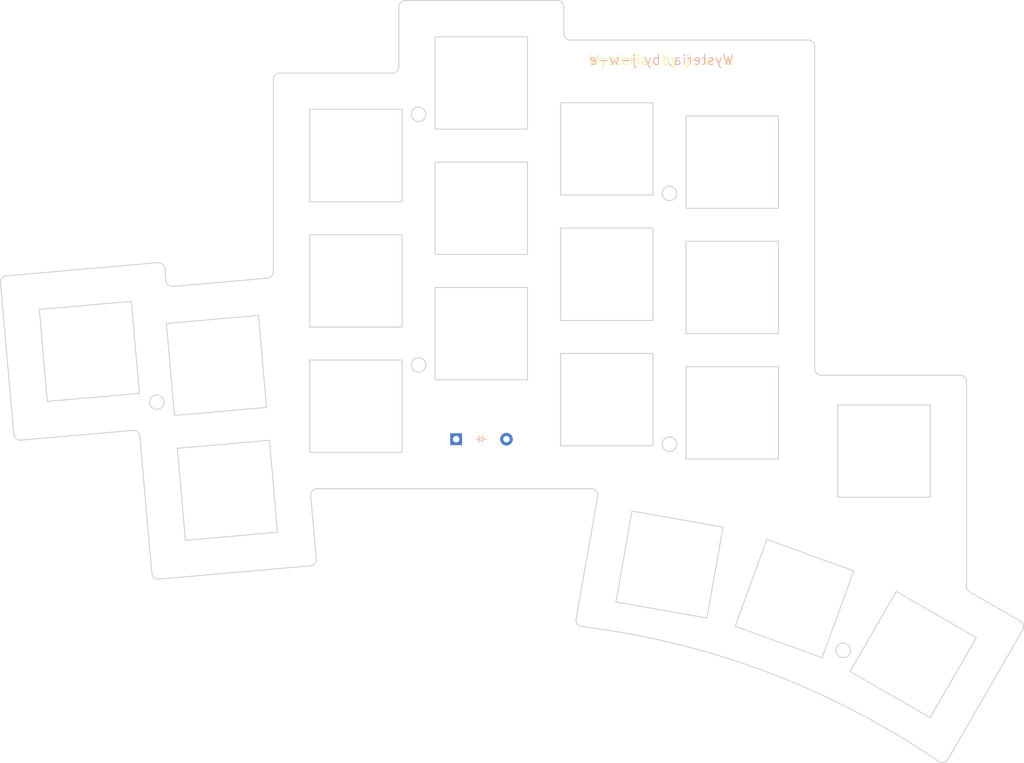
<source format=kicad_pcb>

            
(kicad_pcb (version 20171130) (host pcbnew 5.1.6)

  (page A3)
  (title_block
    (title jwe_switch_plate)
    (rev v1.0.0)
    (company Unknown)
  )

  (general
    (thickness 1.6)
  )

  (layers
    (0 F.Cu signal)
    (31 B.Cu signal)
    (32 B.Adhes user)
    (33 F.Adhes user)
    (34 B.Paste user)
    (35 F.Paste user)
    (36 B.SilkS user)
    (37 F.SilkS user)
    (38 B.Mask user)
    (39 F.Mask user)
    (40 Dwgs.User user)
    (41 Cmts.User user)
    (42 Eco1.User user)
    (43 Eco2.User user)
    (44 Edge.Cuts user)
    (45 Margin user)
    (46 B.CrtYd user)
    (47 F.CrtYd user)
    (48 B.Fab user)
    (49 F.Fab user)
  )

  (setup
    (last_trace_width 0.25)
    (trace_clearance 0.2)
    (zone_clearance 0.508)
    (zone_45_only no)
    (trace_min 0.2)
    (via_size 0.8)
    (via_drill 0.4)
    (via_min_size 0.4)
    (via_min_drill 0.3)
    (uvia_size 0.3)
    (uvia_drill 0.1)
    (uvias_allowed no)
    (uvia_min_size 0.2)
    (uvia_min_drill 0.1)
    (edge_width 0.05)
    (segment_width 0.2)
    (pcb_text_width 0.3)
    (pcb_text_size 1.5 1.5)
    (mod_edge_width 0.12)
    (mod_text_size 1 1)
    (mod_text_width 0.15)
    (pad_size 1.524 1.524)
    (pad_drill 0.762)
    (pad_to_mask_clearance 0.05)
    (aux_axis_origin 0 0)
    (visible_elements FFFFFF7F)
    (pcbplotparams
      (layerselection 0x010fc_ffffffff)
      (usegerberextensions false)
      (usegerberattributes true)
      (usegerberadvancedattributes true)
      (creategerberjobfile true)
      (excludeedgelayer true)
      (linewidth 0.100000)
      (plotframeref false)
      (viasonmask false)
      (mode 1)
      (useauxorigin false)
      (hpglpennumber 1)
      (hpglpenspeed 20)
      (hpglpendiameter 15.000000)
      (psnegative false)
      (psa4output false)
      (plotreference true)
      (plotvalue true)
      (plotinvisibletext false)
      (padsonsilk false)
      (subtractmaskfromsilk false)
      (outputformat 1)
      (mirror false)
      (drillshape 1)
      (scaleselection 1)
      (outputdirectory ""))
  )

            (net 0 "")
(net 1 "test")
            
  (net_class Default "This is the default net class."
    (clearance 0.2)
    (trace_width 0.25)
    (via_dia 0.8)
    (via_drill 0.4)
    (uvia_dia 0.3)
    (uvia_drill 0.1)
    (add_net "")
(add_net "test")
  )

            
  
    (module ComboDiode (layer F.Cu) (tedit 5B24D78E)


        (at 155.5138965 182.7785309 0)

        
        (fp_text reference "D1" (at 0 0) (layer F.SilkS) hide (effects (font (size 1.27 1.27) (thickness 0.15))))
        (fp_text value "" (at 0 0) (layer F.SilkS) hide (effects (font (size 1.27 1.27) (thickness 0.15))))
        
        
        (fp_line (start 0.25 0) (end 0.75 0) (layer F.SilkS) (width 0.1))
        (fp_line (start 0.25 0.4) (end -0.35 0) (layer F.SilkS) (width 0.1))
        (fp_line (start 0.25 -0.4) (end 0.25 0.4) (layer F.SilkS) (width 0.1))
        (fp_line (start -0.35 0) (end 0.25 -0.4) (layer F.SilkS) (width 0.1))
        (fp_line (start -0.35 0) (end -0.35 0.55) (layer F.SilkS) (width 0.1))
        (fp_line (start -0.35 0) (end -0.35 -0.55) (layer F.SilkS) (width 0.1))
        (fp_line (start -0.75 0) (end -0.35 0) (layer F.SilkS) (width 0.1))
        (fp_line (start 0.25 0) (end 0.75 0) (layer B.SilkS) (width 0.1))
        (fp_line (start 0.25 0.4) (end -0.35 0) (layer B.SilkS) (width 0.1))
        (fp_line (start 0.25 -0.4) (end 0.25 0.4) (layer B.SilkS) (width 0.1))
        (fp_line (start -0.35 0) (end 0.25 -0.4) (layer B.SilkS) (width 0.1))
        (fp_line (start -0.35 0) (end -0.35 0.55) (layer B.SilkS) (width 0.1))
        (fp_line (start -0.35 0) (end -0.35 -0.55) (layer B.SilkS) (width 0.1))
        (fp_line (start -0.75 0) (end -0.35 0) (layer B.SilkS) (width 0.1))
    
        
        (pad 1 thru_hole rect (at -3.81 0 0) (size 1.778 1.778) (drill 0.9906) (layers *.Cu *.Mask) (net 1 "test"))
        (pad 2 thru_hole circle (at 3.81 0 0) (size 1.905 1.905) (drill 0.9906) (layers *.Cu *.Mask) (net 1 "test"))
    )
  
    

            (gr_text "Wysteria, by j-w-e" (at 171.6638965 125.2785308 0) (layer F.SilkS)
                (effects (font (size 1.5 1.5) (thickness 0.15) ) (justify left))
            )
        

            (gr_text "Wysteria, by j-w-e" (at 171.6638965 125.2785308 0) (layer B.SilkS)
                (effects (font (size 1.5 1.5) (thickness 0.15) ) (justify right mirror))
            )
        
            (gr_line (start 129.67205991209437 191.36568660000012) (end 130.50534315983757 200.89015754786328) (angle 90) (layer Edge.Cuts) (width 0.15))
(gr_line (start 106.68382615108136 203.97809005992985) (end 129.5963041598376 201.97350794786374) (angle 90) (layer Edge.Cuts) (width 0.15))
(gr_line (start 103.78763625573438 182.34820140557372) (end 105.60047575108136 203.06905105992996) (angle 90) (layer Edge.Cuts) (width 0.15))
(gr_line (start 108.82614158686572 159.6225889906994) (end 123.10105219999997 158.37369611863656) (angle 90) (layer Edge.Cuts) (width 0.15))
(gr_line (start 83.59008244016242 158.0159426521363) (end 106.5025604478637 156.01136054016243) (angle 90) (layer Edge.Cuts) (width 0.15))
(gr_line (start 107.58591084786372 156.92039954016263) (end 107.74279118686572 158.71354999069945) (angle 90) (layer Edge.Cuts) (width 0.15))
(gr_line (start 85.76897595213627 182.92081005983758) (end 102.70428585573437 181.43916240557357) (angle 90) (layer Edge.Cuts) (width 0.15))
(gr_line (start 82.68104344016241 159.0992930521362) (end 84.6856255521363 182.01177105983766) (angle 90) (layer Edge.Cuts) (width 0.15))
(gr_line (start 130.66825461209436 190.2785309) (end 172.15707040501388 190.2785309) (angle 90) (layer Edge.Cuts) (width 0.15))
(gr_line (start 124.01389649999999 157.37750141863657) (end 124.01389649999999 128.2785309) (angle 90) (layer Edge.Cuts) (width 0.15))
(gr_line (start 125.01389649999999 127.27853089999999) (end 142.0138964 127.27853089999999) (angle 90) (layer Edge.Cuts) (width 0.15))
(gr_line (start 144.0138964 116.2785308) (end 167.0138964 116.2785308) (angle 90) (layer Edge.Cuts) (width 0.15))
(gr_line (start 168.0138964 117.2785308) (end 168.0138964 121.2785308) (angle 90) (layer Edge.Cuts) (width 0.15))
(gr_line (start 143.0138964 126.27853089999999) (end 143.0138964 117.2785308) (angle 90) (layer Edge.Cuts) (width 0.15))
(gr_line (start 206.0138964 172.0785309) (end 206.0138964 123.2785308) (angle 90) (layer Edge.Cuts) (width 0.15))
(gr_line (start 169.8679165375759 210.01973930662564) (end 173.14187820501388 191.45217909999997) (angle 90) (layer Edge.Cuts) (width 0.15))
(gr_line (start 229.51389640000002 205.93695706481623) (end 237.146589493683 210.34369449635287) (angle 90) (layer Edge.Cuts) (width 0.15))
(gr_line (start 226.20908823329896 231.28800196149007) (end 237.51261489368295 211.7097198963529) (angle 90) (layer Edge.Cuts) (width 0.15))
(gr_line (start 207.0138964 173.0785309) (end 228.0138964 173.0785309) (angle 90) (layer Edge.Cuts) (width 0.15))
(gr_line (start 229.0138964 205.0709316648162) (end 229.0138964 174.0785309) (angle 90) (layer Edge.Cuts) (width 0.15))
(gr_arc (start 155.99464999999998 331.8897212) (end 224.77741519999998 231.61264899999998) (angle -27.48641290767476) (layer Edge.Cuts) (width 0.15))
(gr_line (start 169.0138964 122.2785308) (end 205.0138964 122.2785308) (angle 90) (layer Edge.Cuts) (width 0.15))
(gr_arc (start 129.50914845983758 200.97731324786355) (end 129.5963041598376 201.97350794786354) (angle -90.0000000000156) (layer Edge.Cuts) (width 0.15))
(gr_arc (start 106.59667045108137 202.9818953599299) (end 105.60047575108136 203.0690510599299) (angle -89.99999999999619) (layer Edge.Cuts) (width 0.15))
(gr_arc (start 102.79144155573435 182.43535710557353) (end 103.78763625573436 182.34820140557352) (angle -90.00000000001012) (layer Edge.Cuts) (width 0.15))
(gr_arc (start 85.68182025213629 181.9246153598376) (end 84.68562555213629 182.0117710598376) (angle -89.99999999999511) (layer Edge.Cuts) (width 0.15))
(gr_arc (start 83.67723814016242 159.01213735213616) (end 83.59008244016242 158.01594265213618) (angle -90.00000000000178) (layer Edge.Cuts) (width 0.15))
(gr_arc (start 106.5897161478637 157.00755524016242) (end 107.5859108478637 156.9203995401624) (angle -90.00000000001234) (layer Edge.Cuts) (width 0.15))
(gr_arc (start 108.73898588686572 158.6263942906994) (end 107.74279118686572 158.71354999069942) (angle -89.99999999999764) (layer Edge.Cuts) (width 0.15))
(gr_arc (start 123.01389649999999 157.37750141863657) (end 123.10105219999998 158.37369611863656) (angle -85.00000244947034) (layer Edge.Cuts) (width 0.15))
(gr_arc (start 125.01389649999999 128.2785309) (end 125.01389649999999 127.27853089999999) (angle -90) (layer Edge.Cuts) (width 0.15))
(gr_arc (start 142.0138964 126.27853089999999) (end 142.0138964 127.27853089999999) (angle -90) (layer Edge.Cuts) (width 0.15))
(gr_arc (start 144.0138964 117.2785308) (end 144.0138964 116.2785308) (angle -90) (layer Edge.Cuts) (width 0.15))
(gr_arc (start 167.0138964 117.2785308) (end 168.0138964 117.2785308) (angle -90) (layer Edge.Cuts) (width 0.15))
(gr_arc (start 169.0138964 121.2785308) (end 168.0138964 121.2785308) (angle -90) (layer Edge.Cuts) (width 0.15))
(gr_arc (start 205.0138964 123.2785308) (end 206.0138964 123.2785308) (angle -90) (layer Edge.Cuts) (width 0.15))
(gr_arc (start 207.0138964 172.0785309) (end 206.0138964 172.0785309) (angle -90) (layer Edge.Cuts) (width 0.15))
(gr_arc (start 228.0138964 174.0785309) (end 229.0138964 174.0785309) (angle -90) (layer Edge.Cuts) (width 0.15))
(gr_arc (start 230.0138964 205.0709316648162) (end 229.0138964 205.0709316648162) (angle -59.999999891586356) (layer Edge.Cuts) (width 0.15))
(gr_arc (start 236.646589493683 211.20971989635288) (end 237.512614893683 211.70971989635288) (angle -90.00000000000304) (layer Edge.Cuts) (width 0.15))
(gr_arc (start 225.34306289999998 230.788002) (end 224.77741519999998 231.612649) (angle -94.44728351026222) (layer Edge.Cuts) (width 0.15))
(gr_arc (start 170.85272429999998 210.1933875) (end 169.86791649999998 210.0197393) (angle -93.03913008165591) (layer Edge.Cuts) (width 0.15))
(gr_arc (start 172.15707040501388 191.27853089999996) (end 173.14187820501388 191.45217909999997) (angle -100.00000079265482) (layer Edge.Cuts) (width 0.15))
(gr_arc (start 130.66825461209436 191.2785309) (end 130.66825461209436 190.2785309) (angle -94.99999755053778) (layer Edge.Cuts) (width 0.15))
(gr_circle (center 106.3447993 177.15557049999998) (end 107.4447993 177.15557049999998) (layer Edge.Cuts) (width 0.15))
(gr_circle (center 146.0138964 133.5285308) (end 147.1138964 133.5285308) (layer Edge.Cuts) (width 0.15))
(gr_circle (center 146.0138965 171.5285309) (end 147.11389649999998 171.5285309) (layer Edge.Cuts) (width 0.15))
(gr_circle (center 184.0138964 145.5285308) (end 185.1138964 145.5285308) (layer Edge.Cuts) (width 0.15))
(gr_circle (center 184.0138964 183.5285309) (end 185.1138964 183.5285309) (layer Edge.Cuts) (width 0.15))
(gr_circle (center 210.33505609999997 214.7826327) (end 211.43505609999997 214.7826327) (layer Edge.Cuts) (width 0.15))
(gr_line (start 110.68734570000001 198.1068184) (end 124.6340715 196.886638) (angle 90) (layer Edge.Cuts) (width 0.15))
(gr_line (start 124.6340715 196.886638) (end 123.4138911 182.93991219999998) (angle 90) (layer Edge.Cuts) (width 0.15))
(gr_line (start 123.4138911 182.93991219999998) (end 109.4671653 184.16009259999998) (angle 90) (layer Edge.Cuts) (width 0.15))
(gr_line (start 109.4671653 184.16009259999998) (end 110.68734570000001 198.1068184) (angle 90) (layer Edge.Cuts) (width 0.15))
(gr_line (start 109.03138650000001 179.1791192) (end 122.9781123 177.9589388) (angle 90) (layer Edge.Cuts) (width 0.15))
(gr_line (start 122.9781123 177.9589388) (end 121.7579319 164.01221299999997) (angle 90) (layer Edge.Cuts) (width 0.15))
(gr_line (start 121.7579319 164.01221299999997) (end 107.8112061 165.23239339999998) (angle 90) (layer Edge.Cuts) (width 0.15))
(gr_line (start 107.8112061 165.23239339999998) (end 109.03138650000001 179.1791192) (angle 90) (layer Edge.Cuts) (width 0.15))
(gr_line (start 89.7724955 177.04953840000002) (end 103.7192213 175.829358) (angle 90) (layer Edge.Cuts) (width 0.15))
(gr_line (start 103.7192213 175.829358) (end 102.4990409 161.8826322) (angle 90) (layer Edge.Cuts) (width 0.15))
(gr_line (start 102.4990409 161.8826322) (end 88.5523151 163.1028126) (angle 90) (layer Edge.Cuts) (width 0.15))
(gr_line (start 88.5523151 163.1028126) (end 89.7724955 177.04953840000002) (angle 90) (layer Edge.Cuts) (width 0.15))
(gr_line (start 129.5138965 184.7785309) (end 143.5138965 184.7785309) (angle 90) (layer Edge.Cuts) (width 0.15))
(gr_line (start 143.5138965 184.7785309) (end 143.5138965 170.7785309) (angle 90) (layer Edge.Cuts) (width 0.15))
(gr_line (start 143.5138965 170.7785309) (end 129.5138965 170.7785309) (angle 90) (layer Edge.Cuts) (width 0.15))
(gr_line (start 129.5138965 170.7785309) (end 129.5138965 184.7785309) (angle 90) (layer Edge.Cuts) (width 0.15))
(gr_line (start 129.5138965 165.7785309) (end 143.5138965 165.7785309) (angle 90) (layer Edge.Cuts) (width 0.15))
(gr_line (start 143.5138965 165.7785309) (end 143.5138965 151.7785309) (angle 90) (layer Edge.Cuts) (width 0.15))
(gr_line (start 143.5138965 151.7785309) (end 129.5138965 151.7785309) (angle 90) (layer Edge.Cuts) (width 0.15))
(gr_line (start 129.5138965 151.7785309) (end 129.5138965 165.7785309) (angle 90) (layer Edge.Cuts) (width 0.15))
(gr_line (start 129.5138965 146.7785309) (end 143.5138965 146.7785309) (angle 90) (layer Edge.Cuts) (width 0.15))
(gr_line (start 143.5138965 146.7785309) (end 143.5138965 132.7785309) (angle 90) (layer Edge.Cuts) (width 0.15))
(gr_line (start 143.5138965 132.7785309) (end 129.5138965 132.7785309) (angle 90) (layer Edge.Cuts) (width 0.15))
(gr_line (start 129.5138965 132.7785309) (end 129.5138965 146.7785309) (angle 90) (layer Edge.Cuts) (width 0.15))
(gr_line (start 148.5138965 173.7785309) (end 162.5138965 173.7785309) (angle 90) (layer Edge.Cuts) (width 0.15))
(gr_line (start 162.5138965 173.7785309) (end 162.5138965 159.7785309) (angle 90) (layer Edge.Cuts) (width 0.15))
(gr_line (start 162.5138965 159.7785309) (end 148.5138965 159.7785309) (angle 90) (layer Edge.Cuts) (width 0.15))
(gr_line (start 148.5138965 159.7785309) (end 148.5138965 173.7785309) (angle 90) (layer Edge.Cuts) (width 0.15))
(gr_line (start 148.5138964 154.7785309) (end 162.5138964 154.7785309) (angle 90) (layer Edge.Cuts) (width 0.15))
(gr_line (start 162.5138964 154.7785309) (end 162.5138964 140.7785309) (angle 90) (layer Edge.Cuts) (width 0.15))
(gr_line (start 162.5138964 140.7785309) (end 148.5138964 140.7785309) (angle 90) (layer Edge.Cuts) (width 0.15))
(gr_line (start 148.5138964 140.7785309) (end 148.5138964 154.7785309) (angle 90) (layer Edge.Cuts) (width 0.15))
(gr_line (start 148.5138964 135.7785308) (end 162.5138964 135.7785308) (angle 90) (layer Edge.Cuts) (width 0.15))
(gr_line (start 162.5138964 135.7785308) (end 162.5138964 121.7785308) (angle 90) (layer Edge.Cuts) (width 0.15))
(gr_line (start 162.5138964 121.7785308) (end 148.5138964 121.7785308) (angle 90) (layer Edge.Cuts) (width 0.15))
(gr_line (start 148.5138964 121.7785308) (end 148.5138964 135.7785308) (angle 90) (layer Edge.Cuts) (width 0.15))
(gr_line (start 167.5138965 183.7785309) (end 181.5138965 183.7785309) (angle 90) (layer Edge.Cuts) (width 0.15))
(gr_line (start 181.5138965 183.7785309) (end 181.5138965 169.7785309) (angle 90) (layer Edge.Cuts) (width 0.15))
(gr_line (start 181.5138965 169.7785309) (end 167.5138965 169.7785309) (angle 90) (layer Edge.Cuts) (width 0.15))
(gr_line (start 167.5138965 169.7785309) (end 167.5138965 183.7785309) (angle 90) (layer Edge.Cuts) (width 0.15))
(gr_line (start 167.5138965 164.7785309) (end 181.5138965 164.7785309) (angle 90) (layer Edge.Cuts) (width 0.15))
(gr_line (start 181.5138965 164.7785309) (end 181.5138965 150.7785309) (angle 90) (layer Edge.Cuts) (width 0.15))
(gr_line (start 181.5138965 150.7785309) (end 167.5138965 150.7785309) (angle 90) (layer Edge.Cuts) (width 0.15))
(gr_line (start 167.5138965 150.7785309) (end 167.5138965 164.7785309) (angle 90) (layer Edge.Cuts) (width 0.15))
(gr_line (start 167.5138965 145.7785308) (end 181.5138965 145.7785308) (angle 90) (layer Edge.Cuts) (width 0.15))
(gr_line (start 181.5138965 145.7785308) (end 181.5138965 131.7785308) (angle 90) (layer Edge.Cuts) (width 0.15))
(gr_line (start 181.5138965 131.7785308) (end 167.5138965 131.7785308) (angle 90) (layer Edge.Cuts) (width 0.15))
(gr_line (start 167.5138965 131.7785308) (end 167.5138965 145.7785308) (angle 90) (layer Edge.Cuts) (width 0.15))
(gr_line (start 186.5138964 185.7785309) (end 200.5138964 185.7785309) (angle 90) (layer Edge.Cuts) (width 0.15))
(gr_line (start 200.5138964 185.7785309) (end 200.5138964 171.7785309) (angle 90) (layer Edge.Cuts) (width 0.15))
(gr_line (start 200.5138964 171.7785309) (end 186.5138964 171.7785309) (angle 90) (layer Edge.Cuts) (width 0.15))
(gr_line (start 186.5138964 171.7785309) (end 186.5138964 185.7785309) (angle 90) (layer Edge.Cuts) (width 0.15))
(gr_line (start 186.5138964 166.7785309) (end 200.5138964 166.7785309) (angle 90) (layer Edge.Cuts) (width 0.15))
(gr_line (start 200.5138964 166.7785309) (end 200.5138964 152.7785309) (angle 90) (layer Edge.Cuts) (width 0.15))
(gr_line (start 200.5138964 152.7785309) (end 186.5138964 152.7785309) (angle 90) (layer Edge.Cuts) (width 0.15))
(gr_line (start 186.5138964 152.7785309) (end 186.5138964 166.7785309) (angle 90) (layer Edge.Cuts) (width 0.15))
(gr_line (start 186.5138964 147.7785308) (end 200.5138964 147.7785308) (angle 90) (layer Edge.Cuts) (width 0.15))
(gr_line (start 200.5138964 147.7785308) (end 200.5138964 133.7785308) (angle 90) (layer Edge.Cuts) (width 0.15))
(gr_line (start 200.5138964 133.7785308) (end 186.5138964 133.7785308) (angle 90) (layer Edge.Cuts) (width 0.15))
(gr_line (start 186.5138964 133.7785308) (end 186.5138964 147.7785308) (angle 90) (layer Edge.Cuts) (width 0.15))
(gr_line (start 175.90470489999998 207.4566479) (end 189.6920134 209.8877224) (angle 90) (layer Edge.Cuts) (width 0.15))
(gr_line (start 189.6920134 209.8877224) (end 192.1230879 196.10041389999998) (angle 90) (layer Edge.Cuts) (width 0.15))
(gr_line (start 192.1230879 196.10041389999998) (end 178.33577939999998 193.66933939999998) (angle 90) (layer Edge.Cuts) (width 0.15))
(gr_line (start 178.33577939999998 193.66933939999998) (end 175.90470489999998 207.4566479) (angle 90) (layer Edge.Cuts) (width 0.15))
(gr_line (start 193.9784105 211.12027139999998) (end 207.1341071 215.90855339999996) (angle 90) (layer Edge.Cuts) (width 0.15))
(gr_line (start 207.1341071 215.90855339999996) (end 211.92238909999998 202.75285679999996) (angle 90) (layer Edge.Cuts) (width 0.15))
(gr_line (start 211.92238909999998 202.75285679999996) (end 198.76669249999998 197.96457479999998) (angle 90) (layer Edge.Cuts) (width 0.15))
(gr_line (start 198.76669249999998 197.96457479999998) (end 193.9784105 211.12027139999998) (angle 90) (layer Edge.Cuts) (width 0.15))
(gr_line (start 211.37511959999998 217.98118979999998) (end 223.49947519999998 224.98118979999998) (angle 90) (layer Edge.Cuts) (width 0.15))
(gr_line (start 223.49947519999998 224.98118979999998) (end 230.49947519999998 212.85683419999998) (angle 90) (layer Edge.Cuts) (width 0.15))
(gr_line (start 230.49947519999998 212.85683419999998) (end 218.37511959999998 205.85683419999998) (angle 90) (layer Edge.Cuts) (width 0.15))
(gr_line (start 218.37511959999998 205.85683419999998) (end 211.37511959999998 217.98118979999998) (angle 90) (layer Edge.Cuts) (width 0.15))
(gr_line (start 209.5138964 191.5785309) (end 223.5138964 191.5785309) (angle 90) (layer Edge.Cuts) (width 0.15))
(gr_line (start 223.5138964 191.5785309) (end 223.5138964 177.5785309) (angle 90) (layer Edge.Cuts) (width 0.15))
(gr_line (start 223.5138964 177.5785309) (end 209.5138964 177.5785309) (angle 90) (layer Edge.Cuts) (width 0.15))
(gr_line (start 209.5138964 177.5785309) (end 209.5138964 191.5785309) (angle 90) (layer Edge.Cuts) (width 0.15))
            
)

        
</source>
